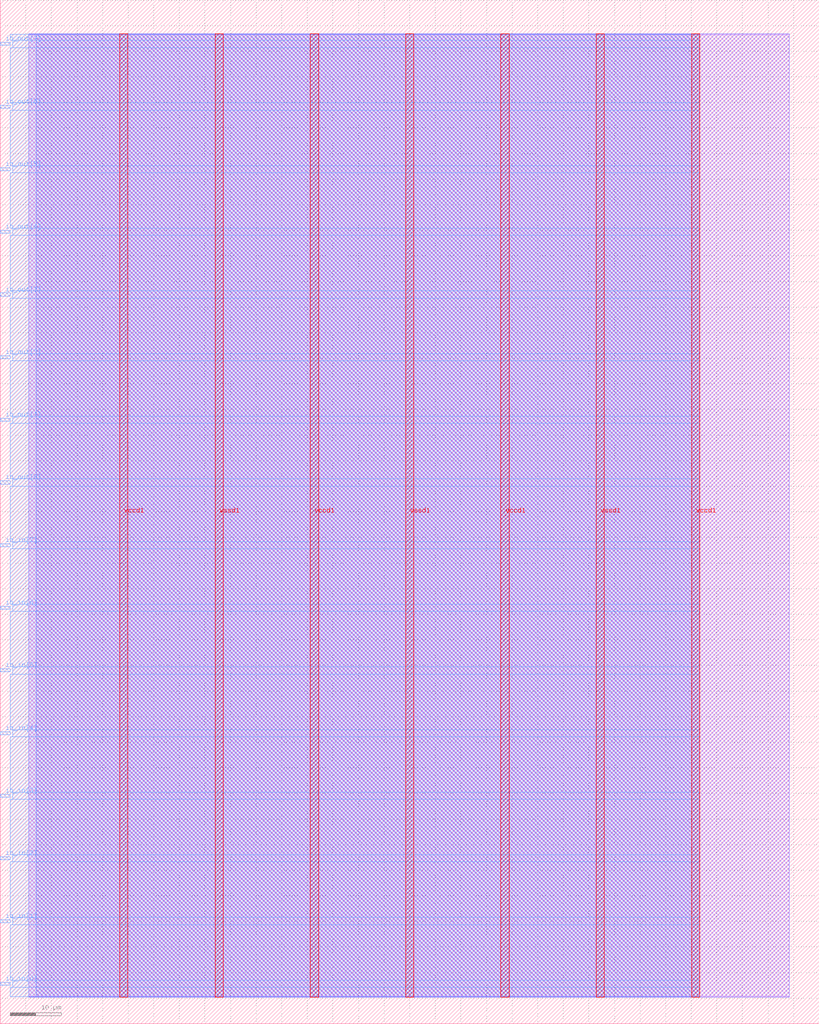
<source format=lef>
VERSION 5.7 ;
  NOWIREEXTENSIONATPIN ON ;
  DIVIDERCHAR "/" ;
  BUSBITCHARS "[]" ;
MACRO user_module_340805072482992722
  CLASS BLOCK ;
  FOREIGN user_module_340805072482992722 ;
  ORIGIN 0.000 0.000 ;
  SIZE 160.000 BY 200.000 ;
  PIN io_in[0]
    DIRECTION INPUT ;
    USE SIGNAL ;
    PORT
      LAYER met3 ;
        RECT 0.000 7.520 2.000 8.120 ;
    END
  END io_in[0]
  PIN io_in[1]
    DIRECTION INPUT ;
    USE SIGNAL ;
    PORT
      LAYER met3 ;
        RECT 0.000 19.760 2.000 20.360 ;
    END
  END io_in[1]
  PIN io_in[2]
    DIRECTION INPUT ;
    USE SIGNAL ;
    PORT
      LAYER met3 ;
        RECT 0.000 32.000 2.000 32.600 ;
    END
  END io_in[2]
  PIN io_in[3]
    DIRECTION INPUT ;
    USE SIGNAL ;
    PORT
      LAYER met3 ;
        RECT 0.000 44.240 2.000 44.840 ;
    END
  END io_in[3]
  PIN io_in[4]
    DIRECTION INPUT ;
    USE SIGNAL ;
    PORT
      LAYER met3 ;
        RECT 0.000 56.480 2.000 57.080 ;
    END
  END io_in[4]
  PIN io_in[5]
    DIRECTION INPUT ;
    USE SIGNAL ;
    PORT
      LAYER met3 ;
        RECT 0.000 68.720 2.000 69.320 ;
    END
  END io_in[5]
  PIN io_in[6]
    DIRECTION INPUT ;
    USE SIGNAL ;
    PORT
      LAYER met3 ;
        RECT 0.000 80.960 2.000 81.560 ;
    END
  END io_in[6]
  PIN io_in[7]
    DIRECTION INPUT ;
    USE SIGNAL ;
    PORT
      LAYER met3 ;
        RECT 0.000 93.200 2.000 93.800 ;
    END
  END io_in[7]
  PIN io_out[0]
    DIRECTION OUTPUT TRISTATE ;
    USE SIGNAL ;
    PORT
      LAYER met3 ;
        RECT 0.000 105.440 2.000 106.040 ;
    END
  END io_out[0]
  PIN io_out[1]
    DIRECTION OUTPUT TRISTATE ;
    USE SIGNAL ;
    PORT
      LAYER met3 ;
        RECT 0.000 117.680 2.000 118.280 ;
    END
  END io_out[1]
  PIN io_out[2]
    DIRECTION OUTPUT TRISTATE ;
    USE SIGNAL ;
    PORT
      LAYER met3 ;
        RECT 0.000 129.920 2.000 130.520 ;
    END
  END io_out[2]
  PIN io_out[3]
    DIRECTION OUTPUT TRISTATE ;
    USE SIGNAL ;
    PORT
      LAYER met3 ;
        RECT 0.000 142.160 2.000 142.760 ;
    END
  END io_out[3]
  PIN io_out[4]
    DIRECTION OUTPUT TRISTATE ;
    USE SIGNAL ;
    PORT
      LAYER met3 ;
        RECT 0.000 154.400 2.000 155.000 ;
    END
  END io_out[4]
  PIN io_out[5]
    DIRECTION OUTPUT TRISTATE ;
    USE SIGNAL ;
    PORT
      LAYER met3 ;
        RECT 0.000 166.640 2.000 167.240 ;
    END
  END io_out[5]
  PIN io_out[6]
    DIRECTION OUTPUT TRISTATE ;
    USE SIGNAL ;
    PORT
      LAYER met3 ;
        RECT 0.000 178.880 2.000 179.480 ;
    END
  END io_out[6]
  PIN io_out[7]
    DIRECTION OUTPUT TRISTATE ;
    USE SIGNAL ;
    PORT
      LAYER met3 ;
        RECT 0.000 191.120 2.000 191.720 ;
    END
  END io_out[7]
  PIN vccd1
    DIRECTION INOUT ;
    USE POWER ;
    PORT
      LAYER met4 ;
        RECT 23.340 5.200 24.940 193.360 ;
    END
    PORT
      LAYER met4 ;
        RECT 60.580 5.200 62.180 193.360 ;
    END
    PORT
      LAYER met4 ;
        RECT 97.820 5.200 99.420 193.360 ;
    END
    PORT
      LAYER met4 ;
        RECT 135.060 5.200 136.660 193.360 ;
    END
  END vccd1
  PIN vssd1
    DIRECTION INOUT ;
    USE GROUND ;
    PORT
      LAYER met4 ;
        RECT 41.960 5.200 43.560 193.360 ;
    END
    PORT
      LAYER met4 ;
        RECT 79.200 5.200 80.800 193.360 ;
    END
    PORT
      LAYER met4 ;
        RECT 116.440 5.200 118.040 193.360 ;
    END
  END vssd1
  OBS
      LAYER li1 ;
        RECT 5.520 5.355 154.100 193.205 ;
      LAYER met1 ;
        RECT 5.520 5.200 154.100 193.360 ;
      LAYER met2 ;
        RECT 6.990 5.255 136.630 193.305 ;
      LAYER met3 ;
        RECT 2.000 192.120 136.650 193.285 ;
        RECT 2.400 190.720 136.650 192.120 ;
        RECT 2.000 179.880 136.650 190.720 ;
        RECT 2.400 178.480 136.650 179.880 ;
        RECT 2.000 167.640 136.650 178.480 ;
        RECT 2.400 166.240 136.650 167.640 ;
        RECT 2.000 155.400 136.650 166.240 ;
        RECT 2.400 154.000 136.650 155.400 ;
        RECT 2.000 143.160 136.650 154.000 ;
        RECT 2.400 141.760 136.650 143.160 ;
        RECT 2.000 130.920 136.650 141.760 ;
        RECT 2.400 129.520 136.650 130.920 ;
        RECT 2.000 118.680 136.650 129.520 ;
        RECT 2.400 117.280 136.650 118.680 ;
        RECT 2.000 106.440 136.650 117.280 ;
        RECT 2.400 105.040 136.650 106.440 ;
        RECT 2.000 94.200 136.650 105.040 ;
        RECT 2.400 92.800 136.650 94.200 ;
        RECT 2.000 81.960 136.650 92.800 ;
        RECT 2.400 80.560 136.650 81.960 ;
        RECT 2.000 69.720 136.650 80.560 ;
        RECT 2.400 68.320 136.650 69.720 ;
        RECT 2.000 57.480 136.650 68.320 ;
        RECT 2.400 56.080 136.650 57.480 ;
        RECT 2.000 45.240 136.650 56.080 ;
        RECT 2.400 43.840 136.650 45.240 ;
        RECT 2.000 33.000 136.650 43.840 ;
        RECT 2.400 31.600 136.650 33.000 ;
        RECT 2.000 20.760 136.650 31.600 ;
        RECT 2.400 19.360 136.650 20.760 ;
        RECT 2.000 8.520 136.650 19.360 ;
        RECT 2.400 7.120 136.650 8.520 ;
        RECT 2.000 5.275 136.650 7.120 ;
  END
END user_module_340805072482992722
END LIBRARY


</source>
